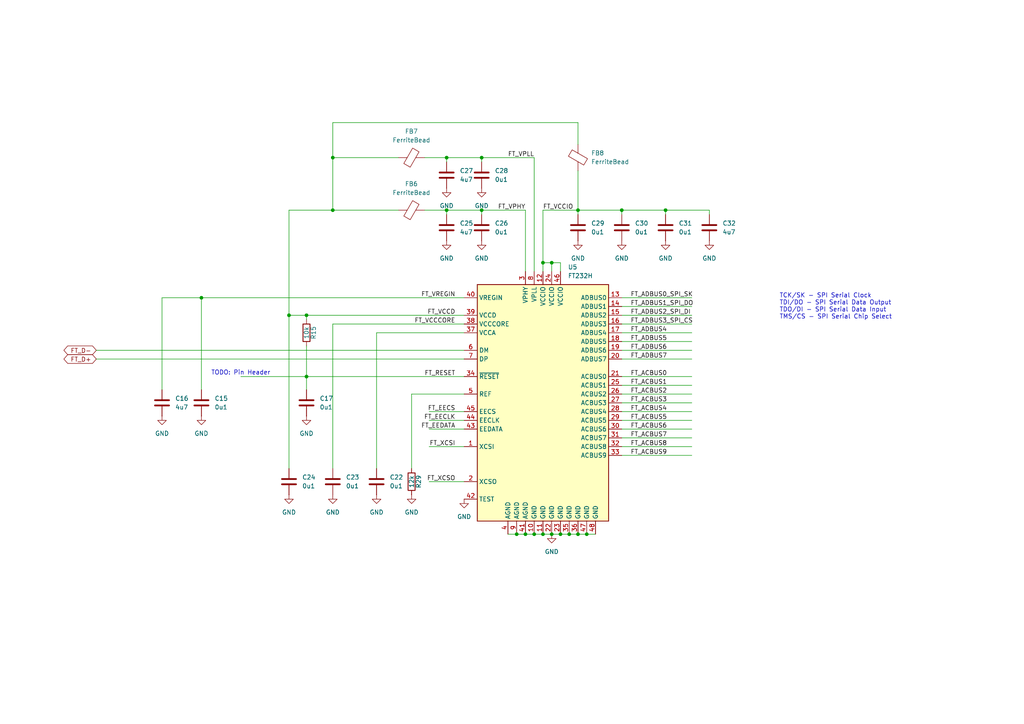
<source format=kicad_sch>
(kicad_sch (version 20250114) (generator "eeschema") (generator_version "9.0")
  (paper "A4")
  (lib_symbols
    (symbol "Device:C" (pin_numbers (hide yes)) (pin_names (offset 0.254))
      (property "Reference" "C" (at 0.635 2.54 0))
      (property "Value" "C" (at 0.635 -2.54 0))
      (symbol "C_0_1"
        (polyline (pts (xy -2.032 0.762) (xy 2.032 0.762)) (stroke (width 0.508)))
        (polyline (pts (xy -2.032 -0.762) (xy 2.032 -0.762)) (stroke (width 0.508)))
      )
      (symbol "C_1_1"
        (pin passive line (at 0 3.81 270) (length 2.794) (name "~") (number "1"))
        (pin passive line (at 0 -3.81 90) (length 2.794) (name "~") (number "2"))
      )
    )
    (symbol "Device:FerriteBead" (pin_numbers (hide yes)) (pin_names (offset 0))
      (property "Reference" "FB" (at -3.81 0.635 90))
      (property "Value" "FerriteBead" (at 3.81 0 90))
      (symbol "FerriteBead_0_1"
        (polyline (pts (xy -2.7686 0.4064) (xy -1.7018 2.2606) (xy 2.7686 -0.3048) (xy 1.6764 -2.159) (xy -2.7686 0.4064)))
        (polyline (pts (xy 0 1.27) (xy 0 1.2954)))
        (polyline (pts (xy 0 -1.27) (xy 0 -1.2192)))
      )
      (symbol "FerriteBead_1_1"
        (pin passive line (at 0 3.81 270) (length 2.54) (name "~") (number "1"))
        (pin passive line (at 0 -3.81 90) (length 2.54) (name "~") (number "2"))
      )
    )
    (symbol "Device:R" (pin_numbers (hide yes)) (pin_names (offset 0))
      (property "Reference" "R" (at 2.032 0 90))
      (property "Value" "R" (at 0 0 90))
      (symbol "R_0_1"
        (rectangle (start -1.016 -2.54) (end 1.016 2.54) (stroke (width 0.254)))
      )
      (symbol "R_1_1"
        (pin passive line (at 0 3.81 270) (length 1.27) (name "~") (number "1"))
        (pin passive line (at 0 -3.81 90) (length 1.27) (name "~") (number "2"))
      )
    )
    (symbol "Interface_USB:FT232H"
      (property "Reference" "U" (at -19.05 35.56 0))
      (property "Value" "FT232H" (at 12.7 35.56 0))
      (symbol "FT232H_0_1"
        (rectangle (start -19.05 34.29) (end 19.05 -34.29) (stroke (width 0.254)) (fill (type background)))
      )
      (symbol "FT232H_1_1"
        (pin power_in line (at -22.86 30.48 0) (length 3.81) (name "VREGIN") (number "40"))
        (pin power_in line (at -22.86 25.4 0) (length 3.81) (name "VCCD") (number "39"))
        (pin power_out line (at -22.86 22.86 0) (length 3.81) (name "VCCCORE") (number "38"))
        (pin power_out line (at -22.86 20.32 0) (length 3.81) (name "VCCA") (number "37"))
        (pin bidirectional line (at -22.86 15.24 0) (length 3.81) (name "DM") (number "6"))
        (pin bidirectional line (at -22.86 12.7 0) (length 3.81) (name "DP") (number "7"))
        (pin input line (at -22.86 7.62 0) (length 3.81) (name "~{RESET}") (number "34"))
        (pin input line (at -22.86 2.54 0) (length 3.81) (name "REF") (number "5"))
        (pin input line (at -22.86 -2.54 0) (length 3.81) (name "EECS") (number "45"))
        (pin input line (at -22.86 -5.08 0) (length 3.81) (name "EECLK") (number "44"))
        (pin bidirectional line (at -22.86 -7.62 0) (length 3.81) (name "EEDATA") (number "43"))
        (pin input line (at -22.86 -12.7 0) (length 3.81) (name "XCSI") (number "1"))
        (pin output line (at -22.86 -22.86 0) (length 3.81) (name "XCSO") (number "2"))
        (pin input line (at -22.86 -27.94 0) (length 3.81) (name "TEST") (number "42"))
        (pin power_in line (at -10.16 -38.1 90) (length 3.81) (name "AGND") (number "4"))
        (pin power_in line (at -7.62 -38.1 90) (length 3.81) (name "AGND") (number "9"))
        (pin power_in line (at -5.08 38.1 270) (length 3.81) (name "VPHY") (number "3"))
        (pin power_in line (at -5.08 -38.1 90) (length 3.81) (name "AGND") (number "41"))
        (pin power_in line (at -2.54 38.1 270) (length 3.81) (name "VPLL") (number "8"))
        (pin power_in line (at -2.54 -38.1 90) (length 3.81) (name "GND") (number "10"))
        (pin power_in line (at 0 38.1 270) (length 3.81) (name "VCCIO") (number "12"))
        (pin power_in line (at 0 -38.1 90) (length 3.81) (name "GND") (number "11"))
        (pin power_in line (at 2.54 38.1 270) (length 3.81) (name "VCCIO") (number "24"))
        (pin power_in line (at 2.54 -38.1 90) (length 3.81) (name "GND") (number "22"))
        (pin power_in line (at 5.08 38.1 270) (length 3.81) (name "VCCIO") (number "46"))
        (pin power_in line (at 5.08 -38.1 90) (length 3.81) (name "GND") (number "23"))
        (pin power_in line (at 7.62 -38.1 90) (length 3.81) (name "GND") (number "35"))
        (pin power_in line (at 10.16 -38.1 90) (length 3.81) (name "GND") (number "36"))
        (pin power_in line (at 12.7 -38.1 90) (length 3.81) (name "GND") (number "47"))
        (pin power_in line (at 15.24 -38.1 90) (length 3.81) (name "GND") (number "48"))
        (pin bidirectional line (at 22.86 30.48 180) (length 3.81) (name "ADBUS0") (number "13"))
        (pin bidirectional line (at 22.86 27.94 180) (length 3.81) (name "ADBUS1") (number "14"))
        (pin bidirectional line (at 22.86 25.4 180) (length 3.81) (name "ADBUS2") (number "15"))
        (pin bidirectional line (at 22.86 22.86 180) (length 3.81) (name "ADBUS3") (number "16"))
        (pin bidirectional line (at 22.86 20.32 180) (length 3.81) (name "ADBUS4") (number "17"))
        (pin bidirectional line (at 22.86 17.78 180) (length 3.81) (name "ADBUS5") (number "18"))
        (pin bidirectional line (at 22.86 15.24 180) (length 3.81) (name "ADBUS6") (number "19"))
        (pin bidirectional line (at 22.86 12.7 180) (length 3.81) (name "ADBUS7") (number "20"))
        (pin bidirectional line (at 22.86 7.62 180) (length 3.81) (name "ACBUS0") (number "21"))
        (pin bidirectional line (at 22.86 5.08 180) (length 3.81) (name "ACBUS1") (number "25"))
        (pin bidirectional line (at 22.86 2.54 180) (length 3.81) (name "ACBUS2") (number "26"))
        (pin bidirectional line (at 22.86 0 180) (length 3.81) (name "ACBUS3") (number "27"))
        (pin bidirectional line (at 22.86 -2.54 180) (length 3.81) (name "ACBUS4") (number "28"))
        (pin bidirectional line (at 22.86 -5.08 180) (length 3.81) (name "ACBUS5") (number "29"))
        (pin bidirectional line (at 22.86 -7.62 180) (length 3.81) (name "ACBUS6") (number "30"))
        (pin bidirectional line (at 22.86 -10.16 180) (length 3.81) (name "ACBUS7") (number "31"))
        (pin bidirectional line (at 22.86 -12.7 180) (length 3.81) (name "ACBUS8") (number "32"))
        (pin bidirectional line (at 22.86 -15.24 180) (length 3.81) (name "ACBUS9") (number "33"))
      )
    )
    (symbol "power:GND" (power) (pin_numbers (hide yes)) (pin_names (offset 0) (hide yes))
      (property "Value" "GND" (at 0 -3.81 0))
      (symbol "GND_0_1"
        (polyline (pts (xy 0 0) (xy 0 -1.27) (xy 1.27 -1.27) (xy 0 -2.54) (xy -1.27 -1.27) (xy 0 -1.27)))
      )
      (symbol "GND_1_1"
        (pin power_in line (at 0 0 270) (length 0) (name "~") (number "1"))
      )
    )
  )
  (text "TODO: Pin Header" (at 69.85 108.204 0) (effects (font (size 1.27 1.27))))
  (text "TCK/SK - SPI Serial Clock\nTDI/DO - SPI Serial Data Output\nTDO/DI - SPI Serial Data Input\nTMS/CS - SPI Serial Chip Select" (at 226.06 88.9 0) (effects (font (size 1.27 1.27)) (justify left)))
  (junction (at 88.9 109.22))
  (junction (at 170.18 154.94))
  (junction (at 160.02 154.94))
  (junction (at 157.48 76.2))
  (junction (at 129.54 60.96))
  (junction (at 180.34 60.96))
  (junction (at 167.64 60.96))
  (junction (at 167.64 154.94))
  (junction (at 193.04 60.96))
  (junction (at 88.9 91.44))
  (junction (at 149.86 154.94))
  (junction (at 139.7 60.96))
  (junction (at 154.94 154.94))
  (junction (at 129.54 45.72))
  (junction (at 165.1 154.94))
  (junction (at 96.52 60.96))
  (junction (at 162.56 154.94))
  (junction (at 152.4 154.94))
  (junction (at 83.82 91.44))
  (junction (at 58.42 86.36))
  (junction (at 96.52 45.72))
  (junction (at 157.48 154.94))
  (junction (at 160.02 76.2))
  (junction (at 139.7 45.72))
  (wire (pts (xy 180.34 121.92) (xy 200.66 121.92)))
  (wire (pts (xy 124.46 139.7) (xy 134.62 139.7)))
  (wire (pts (xy 167.64 60.96) (xy 180.34 60.96)))
  (wire (pts (xy 180.34 96.52) (xy 200.66 96.52)))
  (wire (pts (xy 180.34 119.38) (xy 200.66 119.38)))
  (wire (pts (xy 109.22 135.89) (xy 109.22 96.52)))
  (wire (pts (xy 157.48 154.94) (xy 160.02 154.94)))
  (wire (pts (xy 83.82 60.96) (xy 83.82 91.44)))
  (wire (pts (xy 139.7 45.72) (xy 154.94 45.72)))
  (wire (pts (xy 96.52 45.72) (xy 96.52 60.96)))
  (wire (pts (xy 139.7 45.72) (xy 139.7 46.99)))
  (wire (pts (xy 193.04 60.96) (xy 193.04 62.23)))
  (wire (pts (xy 119.38 114.3) (xy 119.38 135.89)))
  (wire (pts (xy 46.99 113.03) (xy 46.99 86.36)))
  (wire (pts (xy 180.34 91.44) (xy 200.66 91.44)))
  (wire (pts (xy 160.02 154.94) (xy 162.56 154.94)))
  (wire (pts (xy 96.52 35.56) (xy 167.64 35.56)))
  (wire (pts (xy 123.19 45.72) (xy 129.54 45.72)))
  (wire (pts (xy 83.82 60.96) (xy 96.52 60.96)))
  (wire (pts (xy 124.46 124.46) (xy 134.62 124.46)))
  (wire (pts (xy 27.94 104.14) (xy 134.62 104.14)))
  (wire (pts (xy 160.02 78.74) (xy 160.02 76.2)))
  (wire (pts (xy 167.64 49.53) (xy 167.64 60.96)))
  (wire (pts (xy 167.64 154.94) (xy 170.18 154.94)))
  (wire (pts (xy 157.48 76.2) (xy 157.48 60.96)))
  (wire (pts (xy 180.34 88.9) (xy 200.66 88.9)))
  (wire (pts (xy 205.74 60.96) (xy 205.74 62.23)))
  (wire (pts (xy 124.46 119.38) (xy 134.62 119.38)))
  (wire (pts (xy 180.34 116.84) (xy 200.66 116.84)))
  (wire (pts (xy 180.34 86.36) (xy 200.66 86.36)))
  (wire (pts (xy 180.34 101.6) (xy 200.66 101.6)))
  (wire (pts (xy 129.54 46.99) (xy 129.54 45.72)))
  (wire (pts (xy 157.48 78.74) (xy 157.48 76.2)))
  (wire (pts (xy 123.19 60.96) (xy 129.54 60.96)))
  (wire (pts (xy 69.85 109.22) (xy 88.9 109.22)))
  (wire (pts (xy 149.86 154.94) (xy 152.4 154.94)))
  (wire (pts (xy 180.34 114.3) (xy 200.66 114.3)))
  (wire (pts (xy 96.52 60.96) (xy 115.57 60.96)))
  (wire (pts (xy 180.34 99.06) (xy 200.66 99.06)))
  (wire (pts (xy 152.4 60.96) (xy 152.4 78.74)))
  (wire (pts (xy 124.46 121.92) (xy 134.62 121.92)))
  (wire (pts (xy 170.18 154.94) (xy 172.72 154.94)))
  (wire (pts (xy 88.9 109.22) (xy 88.9 113.03)))
  (wire (pts (xy 167.64 60.96) (xy 167.64 62.23)))
  (wire (pts (xy 157.48 60.96) (xy 167.64 60.96)))
  (wire (pts (xy 162.56 78.74) (xy 162.56 76.2)))
  (wire (pts (xy 27.94 101.6) (xy 134.62 101.6)))
  (wire (pts (xy 193.04 60.96) (xy 205.74 60.96)))
  (wire (pts (xy 180.34 60.96) (xy 193.04 60.96)))
  (wire (pts (xy 88.9 100.33) (xy 88.9 109.22)))
  (wire (pts (xy 180.34 111.76) (xy 200.66 111.76)))
  (wire (pts (xy 88.9 109.22) (xy 134.62 109.22)))
  (wire (pts (xy 180.34 93.98) (xy 200.66 93.98)))
  (wire (pts (xy 160.02 76.2) (xy 162.56 76.2)))
  (wire (pts (xy 129.54 45.72) (xy 139.7 45.72)))
  (wire (pts (xy 154.94 45.72) (xy 154.94 78.74)))
  (wire (pts (xy 157.48 76.2) (xy 160.02 76.2)))
  (wire (pts (xy 109.22 96.52) (xy 134.62 96.52)))
  (wire (pts (xy 147.32 154.94) (xy 149.86 154.94)))
  (wire (pts (xy 88.9 92.71) (xy 88.9 91.44)))
  (wire (pts (xy 58.42 86.36) (xy 134.62 86.36)))
  (wire (pts (xy 162.56 154.94) (xy 165.1 154.94)))
  (wire (pts (xy 58.42 113.03) (xy 58.42 86.36)))
  (wire (pts (xy 139.7 60.96) (xy 152.4 60.96)))
  (wire (pts (xy 96.52 35.56) (xy 96.52 45.72)))
  (wire (pts (xy 180.34 127) (xy 200.66 127)))
  (wire (pts (xy 96.52 45.72) (xy 115.57 45.72)))
  (wire (pts (xy 96.52 93.98) (xy 134.62 93.98)))
  (wire (pts (xy 83.82 91.44) (xy 88.9 91.44)))
  (wire (pts (xy 124.46 129.54) (xy 134.62 129.54)))
  (wire (pts (xy 129.54 60.96) (xy 139.7 60.96)))
  (wire (pts (xy 96.52 135.89) (xy 96.52 93.98)))
  (wire (pts (xy 83.82 135.89) (xy 83.82 91.44)))
  (wire (pts (xy 154.94 154.94) (xy 157.48 154.94)))
  (wire (pts (xy 152.4 154.94) (xy 154.94 154.94)))
  (wire (pts (xy 139.7 60.96) (xy 139.7 62.23)))
  (wire (pts (xy 134.62 114.3) (xy 119.38 114.3)))
  (wire (pts (xy 129.54 60.96) (xy 129.54 62.23)))
  (wire (pts (xy 180.34 124.46) (xy 200.66 124.46)))
  (wire (pts (xy 165.1 154.94) (xy 167.64 154.94)))
  (wire (pts (xy 180.34 132.08) (xy 200.66 132.08)))
  (wire (pts (xy 180.34 60.96) (xy 180.34 62.23)))
  (wire (pts (xy 88.9 91.44) (xy 134.62 91.44)))
  (wire (pts (xy 167.64 35.56) (xy 167.64 41.91)))
  (wire (pts (xy 180.34 109.22) (xy 200.66 109.22)))
  (wire (pts (xy 180.34 129.54) (xy 200.66 129.54)))
  (wire (pts (xy 180.34 104.14) (xy 200.66 104.14)))
  (wire (pts (xy 46.99 86.36) (xy 58.42 86.36)))
  (label "FT_ADBUS1_SPI_DO" (at 182.88 88.9 0))
  (label "FT_ACBUS0" (at 182.88 109.22 0))
  (label "FT_ACBUS9" (at 182.88 132.08 0))
  (label "FT_RESET" (at 132.08 109.22 180))
  (label "FT_ACBUS8" (at 182.88 129.54 0))
  (label "FT_ACBUS2" (at 182.88 114.3 0))
  (label "FT_EEDATA" (at 132.08 124.46 180))
  (label "FT_XCSI" (at 132.08 129.54 180))
  (label "FT_ADBUS4" (at 182.88 96.52 0))
  (label "FT_ACBUS5" (at 182.88 121.92 0))
  (label "FT_ACBUS4" (at 182.88 119.38 0))
  (label "FT_ADBUS0_SPI_SK" (at 182.88 86.36 0))
  (label "FT_ADBUS5" (at 182.88 99.06 0))
  (label "FT_ADBUS2_SPI_DI" (at 182.88 91.44 0))
  (label "FT_ADBUS7" (at 182.88 104.14 0))
  (label "FT_VCCD" (at 132.08 91.44 180))
  (label "FT_ACBUS7" (at 182.88 127 0))
  (label "FT_ACBUS3" (at 182.88 116.84 0))
  (label "FT_ADBUS6" (at 182.88 101.6 0))
  (label "FT_ACBUS1" (at 182.88 111.76 0))
  (label "FT_ADBUS3_SPI_CS" (at 182.88 93.98 0))
  (label "FT_EECLK" (at 132.08 121.92 180))
  (label "FT_VPHY" (at 152.4 60.96 180))
  (label "FT_VREGIN" (at 132.08 86.36 180))
  (label "FT_EECS" (at 132.08 119.38 180))
  (label "FT_VCCCORE" (at 132.08 93.98 180))
  (label "FT_VCCIO" (at 157.48 60.96 0))
  (label "FT_VPLL" (at 154.94 45.72 180))
  (label "FT_ACBUS6" (at 182.88 124.46 0))
  (label "FT_XCSO" (at 132.08 139.7 180))
  (global_label "FT_D-" (shape bidirectional) (at 27.94 101.6 180) (property "Intersheetrefs" "${INTERSHEET_REFS}" (effects (hide yes))))
  (global_label "FT_D+" (shape bidirectional) (at 27.94 104.14 180) (property "Intersheetrefs" "${INTERSHEET_REFS}" (effects (hide yes))))
  (symbol (lib_id "Device:C") (at 180.34 66.04 0) (unit 1)
    (property "Reference" "C30" (at 184.15 64.7699 0) (effects (justify left)))
    (property "Value" "0u1" (at 184.15 67.3099 0) (effects (justify left)))
    (property "Footprint" "Capacitor_SMD:C_0603_1608Metric" (effects (hide yes)))
    (property "Description" "Unpolarized capacitor" (effects (hide yes)))
  )
  (symbol (lib_id "Device:FerriteBead") (at 119.38 60.96 90) (unit 1)
    (property "Reference" "FB6" (at 119.3292 53.34 90))
    (property "Value" "FerriteBead" (at 119.3292 55.88 90))
    (property "Footprint" "Inductor_SMD:L_0805_2012Metric" (effects (hide yes)))
    (property "Description" "Ferrite bead" (effects (hide yes)))
  )
  (symbol (lib_id "Device:C") (at 193.04 66.04 0) (unit 1)
    (property "Reference" "C31" (at 196.85 64.7699 0) (effects (justify left)))
    (property "Value" "0u1" (at 196.85 67.3099 0) (effects (justify left)))
    (property "Footprint" "Capacitor_SMD:C_0603_1608Metric" (effects (hide yes)))
    (property "Description" "Unpolarized capacitor" (effects (hide yes)))
  )
  (symbol (lib_id "Device:C") (at 167.64 66.04 0) (unit 1)
    (property "Reference" "C29" (at 171.45 64.7699 0) (effects (justify left)))
    (property "Value" "0u1" (at 171.45 67.3099 0) (effects (justify left)))
    (property "Footprint" "Capacitor_SMD:C_0603_1608Metric" (effects (hide yes)))
    (property "Description" "Unpolarized capacitor" (effects (hide yes)))
  )
  (symbol (lib_id "Device:C") (at 129.54 66.04 0) (unit 1)
    (property "Reference" "C25" (at 133.35 64.7699 0) (effects (justify left)))
    (property "Value" "4u7" (at 133.35 67.3099 0) (effects (justify left)))
    (property "Footprint" "Capacitor_SMD:C_0603_1608Metric" (effects (hide yes)))
    (property "Description" "Unpolarized capacitor" (effects (hide yes)))
  )
  (symbol (lib_id "Device:C") (at 58.42 116.84 0) (unit 1)
    (property "Reference" "C15" (at 62.23 115.5699 0) (effects (justify left)))
    (property "Value" "0u1" (at 62.23 118.1099 0) (effects (justify left)))
    (property "Footprint" "Capacitor_SMD:C_0603_1608Metric" (effects (hide yes)))
    (property "Description" "Unpolarized capacitor" (effects (hide yes)))
  )
  (symbol (lib_id "power:GND") (at 83.82 143.51 0) (unit 1)
    (property "Reference" "#PWR036" (effects (hide yes)))
    (property "Value" "GND" (at 83.82 148.59 0))
    (property "Description" "Power symbol creates a global label with name \"GND\" , ground" (effects (hide yes)))
  )
  (symbol (lib_id "Device:C") (at 139.7 50.8 0) (unit 1)
    (property "Reference" "C28" (at 143.51 49.5299 0) (effects (justify left)))
    (property "Value" "0u1" (at 143.51 52.0699 0) (effects (justify left)))
    (property "Footprint" "Capacitor_SMD:C_0603_1608Metric" (effects (hide yes)))
    (property "Description" "Unpolarized capacitor" (effects (hide yes)))
  )
  (symbol (lib_id "power:GND") (at 129.54 69.85 0) (unit 1)
    (property "Reference" "#PWR037" (effects (hide yes)))
    (property "Value" "GND" (at 129.54 74.93 0))
    (property "Description" "Power symbol creates a global label with name \"GND\" , ground" (effects (hide yes)))
  )
  (symbol (lib_id "Device:C") (at 109.22 139.7 0) (unit 1)
    (property "Reference" "C22" (at 113.03 138.4299 0) (effects (justify left)))
    (property "Value" "0u1" (at 113.03 140.9699 0) (effects (justify left)))
    (property "Footprint" "Capacitor_SMD:C_0603_1608Metric" (effects (hide yes)))
    (property "Description" "Unpolarized capacitor" (effects (hide yes)))
  )
  (symbol (lib_id "Device:R") (at 119.38 139.7 0) (unit 1)
    (property "Reference" "R29" (at 121.412 139.7 90))
    (property "Value" "12k" (at 119.38 139.7 90))
    (property "Footprint" "Resistor_SMD:R_0603_1608Metric" (effects (hide yes)))
    (property "Description" "Resistor" (effects (hide yes)))
  )
  (symbol (lib_id "Device:FerriteBead") (at 167.64 45.72 0) (unit 1)
    (property "Reference" "FB8" (at 171.45 44.3991 0) (effects (justify left)))
    (property "Value" "FerriteBead" (at 171.45 46.9391 0) (effects (justify left)))
    (property "Footprint" "Inductor_SMD:L_0805_2012Metric" (effects (hide yes)))
    (property "Description" "Ferrite bead" (effects (hide yes)))
  )
  (symbol (lib_id "Device:C") (at 88.9 116.84 0) (unit 1)
    (property "Reference" "C17" (at 92.71 115.5699 0) (effects (justify left)))
    (property "Value" "0u1" (at 92.71 118.1099 0) (effects (justify left)))
    (property "Footprint" "Capacitor_SMD:C_0603_1608Metric" (effects (hide yes)))
    (property "Description" "Unpolarized capacitor" (effects (hide yes)))
  )
  (symbol (lib_id "power:GND") (at 160.02 154.94 0) (unit 1)
    (property "Reference" "#PWR047" (effects (hide yes)))
    (property "Value" "GND" (at 160.02 160.02 0))
    (property "Description" "Power symbol creates a global label with name \"GND\" , ground" (effects (hide yes)))
  )
  (symbol (lib_id "power:GND") (at 109.22 143.51 0) (unit 1)
    (property "Reference" "#PWR034" (effects (hide yes)))
    (property "Value" "GND" (at 109.22 148.59 0))
    (property "Description" "Power symbol creates a global label with name \"GND\" , ground" (effects (hide yes)))
  )
  (symbol (lib_id "power:GND") (at 58.42 120.65 0) (unit 1)
    (property "Reference" "#PWR011" (effects (hide yes)))
    (property "Value" "GND" (at 58.42 125.73 0))
    (property "Description" "Power symbol creates a global label with name \"GND\" , ground" (effects (hide yes)))
  )
  (symbol (lib_id "power:GND") (at 88.9 120.65 0) (unit 1)
    (property "Reference" "#PWR09" (effects (hide yes)))
    (property "Value" "GND" (at 88.9 125.73 0))
    (property "Description" "Power symbol creates a global label with name \"GND\" , ground" (effects (hide yes)))
  )
  (symbol (lib_id "power:GND") (at 96.52 143.51 0) (unit 1)
    (property "Reference" "#PWR035" (effects (hide yes)))
    (property "Value" "GND" (at 96.52 148.59 0))
    (property "Description" "Power symbol creates a global label with name \"GND\" , ground" (effects (hide yes)))
  )
  (symbol (lib_id "power:GND") (at 205.74 69.85 0) (unit 1)
    (property "Reference" "#PWR044" (effects (hide yes)))
    (property "Value" "GND" (at 205.74 74.93 0))
    (property "Description" "Power symbol creates a global label with name \"GND\" , ground" (effects (hide yes)))
  )
  (symbol (lib_id "power:GND") (at 129.54 54.61 0) (unit 1)
    (property "Reference" "#PWR039" (effects (hide yes)))
    (property "Value" "GND" (at 129.54 59.69 0))
    (property "Description" "Power symbol creates a global label with name \"GND\" , ground" (effects (hide yes)))
  )
  (symbol (lib_id "power:GND") (at 134.62 144.78 0) (unit 1)
    (property "Reference" "#PWR046" (effects (hide yes)))
    (property "Value" "GND" (at 134.62 149.86 0))
    (property "Description" "Power symbol creates a global label with name \"GND\" , ground" (effects (hide yes)))
  )
  (symbol (lib_id "power:GND") (at 167.64 69.85 0) (unit 1)
    (property "Reference" "#PWR041" (effects (hide yes)))
    (property "Value" "GND" (at 167.64 74.93 0))
    (property "Description" "Power symbol creates a global label with name \"GND\" , ground" (effects (hide yes)))
  )
  (symbol (lib_id "Device:C") (at 83.82 139.7 0) (unit 1)
    (property "Reference" "C24" (at 87.63 138.4299 0) (effects (justify left)))
    (property "Value" "0u1" (at 87.63 140.9699 0) (effects (justify left)))
    (property "Footprint" "Capacitor_SMD:C_0603_1608Metric" (effects (hide yes)))
    (property "Description" "Unpolarized capacitor" (effects (hide yes)))
  )
  (symbol (lib_id "power:GND") (at 119.38 143.51 0) (unit 1)
    (property "Reference" "#PWR045" (effects (hide yes)))
    (property "Value" "GND" (at 119.38 148.59 0))
    (property "Description" "Power symbol creates a global label with name \"GND\" , ground" (effects (hide yes)))
  )
  (symbol (lib_id "Device:R") (at 88.9 96.52 0) (unit 1)
    (property "Reference" "R15" (at 90.932 96.52 90))
    (property "Value" "10k" (at 88.9 96.52 90))
    (property "Footprint" "Resistor_SMD:R_0603_1608Metric" (effects (hide yes)))
    (property "Description" "Resistor" (effects (hide yes)))
  )
  (symbol (lib_id "Device:C") (at 96.52 139.7 0) (unit 1)
    (property "Reference" "C23" (at 100.33 138.4299 0) (effects (justify left)))
    (property "Value" "0u1" (at 100.33 140.9699 0) (effects (justify left)))
    (property "Footprint" "Capacitor_SMD:C_0603_1608Metric" (effects (hide yes)))
    (property "Description" "Unpolarized capacitor" (effects (hide yes)))
  )
  (symbol (lib_id "power:GND") (at 193.04 69.85 0) (unit 1)
    (property "Reference" "#PWR043" (effects (hide yes)))
    (property "Value" "GND" (at 193.04 74.93 0))
    (property "Description" "Power symbol creates a global label with name \"GND\" , ground" (effects (hide yes)))
  )
  (symbol (lib_id "power:GND") (at 46.99 120.65 0) (unit 1)
    (property "Reference" "#PWR012" (effects (hide yes)))
    (property "Value" "GND" (at 46.99 125.73 0))
    (property "Description" "Power symbol creates a global label with name \"GND\" , ground" (effects (hide yes)))
  )
  (symbol (lib_id "Device:C") (at 205.74 66.04 0) (unit 1)
    (property "Reference" "C32" (at 209.55 64.7699 0) (effects (justify left)))
    (property "Value" "4u7" (at 209.55 67.3099 0) (effects (justify left)))
    (property "Footprint" "Capacitor_SMD:C_0603_1608Metric" (effects (hide yes)))
    (property "Description" "Unpolarized capacitor" (effects (hide yes)))
  )
  (symbol (lib_id "Device:C") (at 139.7 66.04 0) (unit 1)
    (property "Reference" "C26" (at 143.51 64.7699 0) (effects (justify left)))
    (property "Value" "0u1" (at 143.51 67.3099 0) (effects (justify left)))
    (property "Footprint" "Capacitor_SMD:C_0603_1608Metric" (effects (hide yes)))
    (property "Description" "Unpolarized capacitor" (effects (hide yes)))
  )
  (symbol (lib_id "power:GND") (at 180.34 69.85 0) (unit 1)
    (property "Reference" "#PWR042" (effects (hide yes)))
    (property "Value" "GND" (at 180.34 74.93 0))
    (property "Description" "Power symbol creates a global label with name \"GND\" , ground" (effects (hide yes)))
  )
  (symbol (lib_id "power:GND") (at 139.7 54.61 0) (unit 1)
    (property "Reference" "#PWR040" (effects (hide yes)))
    (property "Value" "GND" (at 139.7 59.69 0))
    (property "Description" "Power symbol creates a global label with name \"GND\" , ground" (effects (hide yes)))
  )
  (symbol (lib_id "power:GND") (at 139.7 69.85 0) (unit 1)
    (property "Reference" "#PWR038" (effects (hide yes)))
    (property "Value" "GND" (at 139.7 74.93 0))
    (property "Description" "Power symbol creates a global label with name \"GND\" , ground" (effects (hide yes)))
  )
  (symbol (lib_id "Interface_USB:FT232H") (at 157.48 116.84 0) (unit 1)
    (property "Reference" "U5" (at 164.7033 77.47 0) (effects (justify left)))
    (property "Value" "FT232H" (at 164.7033 80.01 0) (effects (justify left)))
    (property "Datasheet" "https://www.ftdichip.com/Support/Documents/DataSheets/ICs/DS_FT232H.pdf" (effects (hide yes)))
    (property "Description" "Hi Speed Single Channel USB UART/FIFO, LQFP/QFN-48" (effects (hide yes)))
    (property "LCSC" "C51997" (effects (hide yes)))
  )
  (symbol (lib_id "Device:FerriteBead") (at 119.38 45.72 90) (unit 1)
    (property "Reference" "FB7" (at 119.3292 38.1 90))
    (property "Value" "FerriteBead" (at 119.3292 40.64 90))
    (property "Footprint" "Inductor_SMD:L_0805_2012Metric" (effects (hide yes)))
    (property "Description" "Ferrite bead" (effects (hide yes)))
  )
  (symbol (lib_id "Device:C") (at 129.54 50.8 0) (unit 1)
    (property "Reference" "C27" (at 133.35 49.5299 0) (effects (justify left)))
    (property "Value" "4u7" (at 133.35 52.0699 0) (effects (justify left)))
    (property "Footprint" "Capacitor_SMD:C_0603_1608Metric" (effects (hide yes)))
    (property "Description" "Unpolarized capacitor" (effects (hide yes)))
  )
  (symbol (lib_id "Device:C") (at 46.99 116.84 0) (unit 1)
    (property "Reference" "C16" (at 50.8 115.5699 0) (effects (justify left)))
    (property "Value" "4u7" (at 50.8 118.1099 0) (effects (justify left)))
    (property "Footprint" "Capacitor_SMD:C_0603_1608Metric" (effects (hide yes)))
    (property "Description" "Unpolarized capacitor" (effects (hide yes)))
  )
)
</source>
